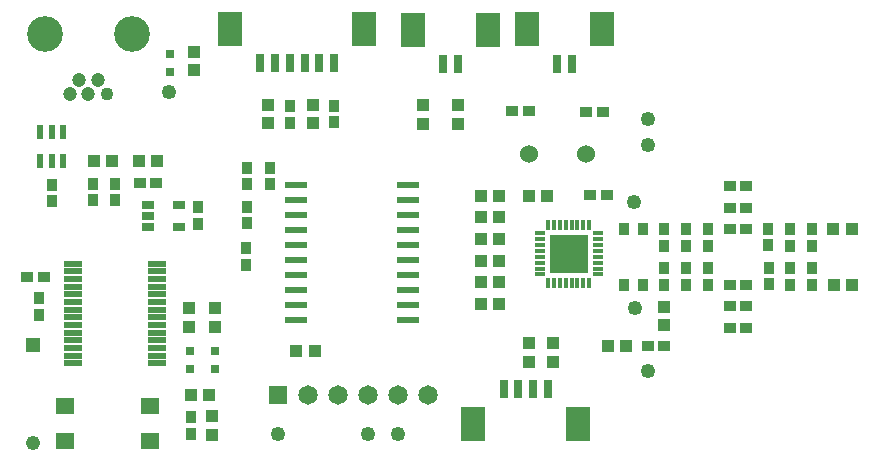
<source format=gbr>
%TF.GenerationSoftware,Altium Limited,Altium Designer,23.9.2 (47)*%
G04 Layer_Color=255*
%FSLAX45Y45*%
%MOMM*%
%TF.SameCoordinates,CBF7E160-FA54-4A09-933F-9C1B5268631E*%
%TF.FilePolarity,Positive*%
%TF.FileFunction,Pads,Top*%
%TF.Part,Single*%
G01*
G75*
%TA.AperFunction,SMDPad,CuDef*%
%ADD10R,1.60000X1.40000*%
%ADD11R,0.60000X1.20000*%
%ADD12R,1.00000X0.66000*%
%ADD13R,1.60000X0.50000*%
%ADD14R,1.95000X0.60000*%
%ADD15R,1.00000X1.00000*%
%ADD16R,0.30000X0.85000*%
%ADD17R,0.85000X0.30000*%
%ADD18R,3.25000X3.25000*%
%ADD19C,1.25000*%
%TA.AperFunction,ConnectorPad*%
%ADD20R,0.80000X1.60000*%
%ADD21R,2.10000X3.00000*%
%TA.AperFunction,SMDPad,CuDef*%
%ADD22R,0.80000X1.60000*%
%ADD23R,2.10000X3.00000*%
%ADD24R,0.80000X1.60000*%
%ADD25R,2.10000X3.00000*%
%ADD26R,0.80000X0.80000*%
%ADD27R,0.92000X0.98000*%
%ADD28R,1.02000X0.98000*%
%ADD29R,0.95000X1.10000*%
%ADD30R,1.10000X0.95000*%
%ADD31R,1.00000X1.00000*%
%TA.AperFunction,ComponentPad*%
%ADD41C,1.10000*%
%ADD42C,1.20000*%
%ADD43C,3.03000*%
%ADD44C,1.52400*%
%ADD45C,1.65000*%
%ADD46R,1.65000X1.65000*%
%ADD47R,1.23800X1.23800*%
%ADD48C,1.23800*%
D10*
X6710000Y5519000D02*
D03*
Y5819000D02*
D03*
X7430000Y5519000D02*
D03*
Y5819000D02*
D03*
D11*
X6692575Y7889000D02*
D03*
X6597575D02*
D03*
X6502575D02*
D03*
Y8139000D02*
D03*
X6597575D02*
D03*
X6692575D02*
D03*
D12*
X7416000Y7522000D02*
D03*
Y7427000D02*
D03*
Y7332000D02*
D03*
X7676000Y7522000D02*
D03*
Y7332000D02*
D03*
D13*
X7487000Y6177500D02*
D03*
Y6242500D02*
D03*
Y6307500D02*
D03*
Y6372500D02*
D03*
Y6437500D02*
D03*
Y6502500D02*
D03*
Y6567500D02*
D03*
Y6632500D02*
D03*
Y6697500D02*
D03*
Y6762500D02*
D03*
Y6827500D02*
D03*
Y6892500D02*
D03*
Y6957500D02*
D03*
Y7022500D02*
D03*
X6777000Y6177500D02*
D03*
Y6242500D02*
D03*
Y6307500D02*
D03*
Y6372500D02*
D03*
Y6437500D02*
D03*
Y6502500D02*
D03*
Y6567500D02*
D03*
Y6632500D02*
D03*
Y6697500D02*
D03*
Y6762500D02*
D03*
Y6827500D02*
D03*
Y6892500D02*
D03*
Y6957500D02*
D03*
Y7022500D02*
D03*
D14*
X8671000Y7691500D02*
D03*
Y7564500D02*
D03*
Y7437500D02*
D03*
Y7310500D02*
D03*
Y7183500D02*
D03*
Y7056500D02*
D03*
Y6929500D02*
D03*
Y6802500D02*
D03*
Y6675500D02*
D03*
Y6548500D02*
D03*
X9611000Y7691500D02*
D03*
Y7564500D02*
D03*
Y7437500D02*
D03*
Y7310500D02*
D03*
Y7183500D02*
D03*
Y7056500D02*
D03*
Y6929500D02*
D03*
Y6802500D02*
D03*
Y6675500D02*
D03*
Y6548500D02*
D03*
D15*
X7333500Y7889000D02*
D03*
X7488500D02*
D03*
X8825500Y6280000D02*
D03*
X8670500D02*
D03*
X10637500Y7597000D02*
D03*
X10792500D02*
D03*
X11459500Y6320000D02*
D03*
X11304500D02*
D03*
X13218500Y6843000D02*
D03*
X13373500D02*
D03*
X13372501Y7314000D02*
D03*
X13217500D02*
D03*
X7779500Y5913425D02*
D03*
X7934500D02*
D03*
X10232500Y7596000D02*
D03*
X10387500D02*
D03*
X10232500Y7229000D02*
D03*
X10387500D02*
D03*
X10232500Y7046000D02*
D03*
X10387500D02*
D03*
X10233500Y6863000D02*
D03*
X10388500D02*
D03*
X10233500Y7414000D02*
D03*
X10388500D02*
D03*
X10388500Y6680000D02*
D03*
X10233500D02*
D03*
D16*
X10800000Y6860000D02*
D03*
X10850000D02*
D03*
X10900000D02*
D03*
X10950000D02*
D03*
X11000000D02*
D03*
X11050000D02*
D03*
X11100000D02*
D03*
X11150000D02*
D03*
Y7350000D02*
D03*
X11100000D02*
D03*
X11050000D02*
D03*
X11000000D02*
D03*
X10950000D02*
D03*
X10900000D02*
D03*
X10850000D02*
D03*
X10800000D02*
D03*
D17*
X11220000Y6930000D02*
D03*
Y6980000D02*
D03*
Y7030000D02*
D03*
Y7080000D02*
D03*
Y7130000D02*
D03*
Y7180000D02*
D03*
Y7230000D02*
D03*
Y7280000D02*
D03*
X10730000D02*
D03*
Y7230000D02*
D03*
Y7180000D02*
D03*
Y7130000D02*
D03*
Y7080000D02*
D03*
Y7030000D02*
D03*
Y6980000D02*
D03*
Y6930000D02*
D03*
D18*
X10975000Y7105000D02*
D03*
D19*
X7589000Y8474000D02*
D03*
X11532000Y7543000D02*
D03*
X9530000Y5577000D02*
D03*
X9276000Y5580000D02*
D03*
X8513000D02*
D03*
X11650000Y8025000D02*
D03*
Y8246000D02*
D03*
X11646000Y6109000D02*
D03*
X11533000Y6649000D02*
D03*
D20*
X8990000Y8719000D02*
D03*
X8865000D02*
D03*
X8740000D02*
D03*
X8615000D02*
D03*
X8490000D02*
D03*
X8365000D02*
D03*
D21*
X8110000Y9009000D02*
D03*
X9245000D02*
D03*
D22*
X10549500Y5958000D02*
D03*
X10424500D02*
D03*
X10674500D02*
D03*
X10799500D02*
D03*
D23*
X10169500Y5668000D02*
D03*
X11054500D02*
D03*
D24*
X10878500Y8714000D02*
D03*
X11003500D02*
D03*
X9915500Y8712000D02*
D03*
X10040500D02*
D03*
D25*
X10623500Y9004000D02*
D03*
X11258500D02*
D03*
X9660500Y9002000D02*
D03*
X10295500D02*
D03*
D26*
X7600000Y8793000D02*
D03*
Y8643000D02*
D03*
X7977826Y6281000D02*
D03*
Y6131000D02*
D03*
X7767000Y6280000D02*
D03*
Y6130000D02*
D03*
D27*
X11445000Y7312000D02*
D03*
X11603000D02*
D03*
X11445000Y6840000D02*
D03*
X11603000D02*
D03*
D28*
X7108575Y7890000D02*
D03*
X6960575D02*
D03*
D29*
X13036000Y7314000D02*
D03*
Y7174000D02*
D03*
X6950575Y7558000D02*
D03*
Y7698000D02*
D03*
X7131575Y7558000D02*
D03*
Y7698000D02*
D03*
X7835000Y7500000D02*
D03*
Y7360000D02*
D03*
X8248000Y7834000D02*
D03*
Y7694000D02*
D03*
X8448000Y7834000D02*
D03*
Y7694000D02*
D03*
X11784000Y6980575D02*
D03*
Y6840575D02*
D03*
X11783000Y7311000D02*
D03*
Y7171000D02*
D03*
X12668000Y6985000D02*
D03*
Y6845000D02*
D03*
X12667000Y7315426D02*
D03*
Y7175426D02*
D03*
X7779000Y5722000D02*
D03*
Y5582000D02*
D03*
X8248000Y7503574D02*
D03*
Y7363574D02*
D03*
X8245000Y7150000D02*
D03*
Y7010000D02*
D03*
X8615000Y8355000D02*
D03*
Y8215000D02*
D03*
X8991000Y8359224D02*
D03*
Y8219224D02*
D03*
X6598000Y7551000D02*
D03*
Y7691000D02*
D03*
X6491000Y6587000D02*
D03*
Y6727000D02*
D03*
X11967000Y6980575D02*
D03*
Y6840575D02*
D03*
X12151000Y6981575D02*
D03*
Y6841575D02*
D03*
X12852000Y6984000D02*
D03*
Y6844000D02*
D03*
X13036000Y6983000D02*
D03*
Y6843000D02*
D03*
X11967000Y7311000D02*
D03*
Y7171000D02*
D03*
X12151000Y7312000D02*
D03*
Y7172000D02*
D03*
X12852000Y7314426D02*
D03*
Y7174426D02*
D03*
D30*
X7343000Y7706000D02*
D03*
X7483000D02*
D03*
X6533000Y6912425D02*
D03*
X6393000D02*
D03*
X11265000Y8307000D02*
D03*
X11125000D02*
D03*
X10498000Y8310000D02*
D03*
X10638000D02*
D03*
X11786000Y6320075D02*
D03*
X11646000D02*
D03*
X11296000Y7602000D02*
D03*
X11156000D02*
D03*
X12340000Y6843000D02*
D03*
X12480000D02*
D03*
X12339000Y7313000D02*
D03*
X12479000D02*
D03*
X12340000Y6660000D02*
D03*
X12480000D02*
D03*
X12341000Y6477000D02*
D03*
X12481000D02*
D03*
X12339000Y7496000D02*
D03*
X12479000D02*
D03*
X12340000Y7679000D02*
D03*
X12480000D02*
D03*
D31*
X7978000Y6643500D02*
D03*
Y6488500D02*
D03*
X7765000Y6642500D02*
D03*
Y6487500D02*
D03*
X10639000Y6347500D02*
D03*
Y6192500D02*
D03*
X10844000Y6346500D02*
D03*
Y6191500D02*
D03*
X9741000Y8206500D02*
D03*
Y8361500D02*
D03*
X10041000Y8207500D02*
D03*
Y8362500D02*
D03*
X11784000Y6501000D02*
D03*
Y6656000D02*
D03*
X7959425Y5574500D02*
D03*
Y5729500D02*
D03*
X8430149Y8366500D02*
D03*
Y8211500D02*
D03*
X8807000Y8363500D02*
D03*
Y8208500D02*
D03*
X7804000Y8660500D02*
D03*
Y8815500D02*
D03*
D41*
X7070000Y8460500D02*
D03*
D42*
X6989999Y8580500D02*
D03*
X6910000Y8460500D02*
D03*
X6830000Y8580500D02*
D03*
X6749999Y8460500D02*
D03*
D43*
X7275000Y8965500D02*
D03*
X6545000D02*
D03*
D44*
X10637000Y7954000D02*
D03*
X11125000D02*
D03*
D45*
X9786000Y5906000D02*
D03*
X9532000D02*
D03*
X9278000D02*
D03*
X9024000D02*
D03*
X8770000D02*
D03*
D46*
X8516000D02*
D03*
D47*
X6442000Y6334600D02*
D03*
D48*
Y5505400D02*
D03*
%TF.MD5,c500b7f96dcf6f9980c737cb86f6d54c*%
M02*

</source>
